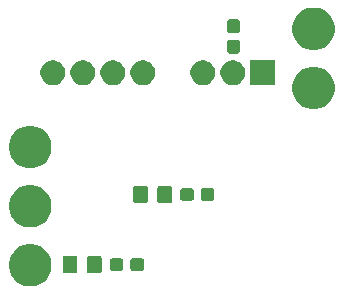
<source format=gbr>
G04 #@! TF.GenerationSoftware,KiCad,Pcbnew,5.1.5-52549c5~86~ubuntu18.04.1*
G04 #@! TF.CreationDate,2020-04-26T14:43:08+02:00*
G04 #@! TF.ProjectId,dcdc_7909,64636463-5f37-4393-9039-2e6b69636164,rev?*
G04 #@! TF.SameCoordinates,Original*
G04 #@! TF.FileFunction,Soldermask,Bot*
G04 #@! TF.FilePolarity,Negative*
%FSLAX46Y46*%
G04 Gerber Fmt 4.6, Leading zero omitted, Abs format (unit mm)*
G04 Created by KiCad (PCBNEW 5.1.5-52549c5~86~ubuntu18.04.1) date 2020-04-26 14:43:08*
%MOMM*%
%LPD*%
G04 APERTURE LIST*
%ADD10C,0.100000*%
G04 APERTURE END LIST*
D10*
G36*
X89426905Y-75218789D02*
G01*
X89725350Y-75278153D01*
X90053122Y-75413921D01*
X90348109Y-75611025D01*
X90598975Y-75861891D01*
X90796079Y-76156878D01*
X90931847Y-76484650D01*
X91001060Y-76832611D01*
X91001060Y-77187389D01*
X90931847Y-77535350D01*
X90796079Y-77863122D01*
X90598975Y-78158109D01*
X90348109Y-78408975D01*
X90053122Y-78606079D01*
X89725350Y-78741847D01*
X89426905Y-78801211D01*
X89377390Y-78811060D01*
X89022610Y-78811060D01*
X88973095Y-78801211D01*
X88674650Y-78741847D01*
X88346878Y-78606079D01*
X88051891Y-78408975D01*
X87801025Y-78158109D01*
X87603921Y-77863122D01*
X87468153Y-77535350D01*
X87398940Y-77187389D01*
X87398940Y-76832611D01*
X87468153Y-76484650D01*
X87603921Y-76156878D01*
X87801025Y-75861891D01*
X88051891Y-75611025D01*
X88346878Y-75413921D01*
X88674650Y-75278153D01*
X88973095Y-75218789D01*
X89022610Y-75208940D01*
X89377390Y-75208940D01*
X89426905Y-75218789D01*
G37*
G36*
X95096674Y-76215465D02*
G01*
X95134367Y-76226899D01*
X95169103Y-76245466D01*
X95199548Y-76270452D01*
X95224534Y-76300897D01*
X95243101Y-76335633D01*
X95254535Y-76373326D01*
X95259000Y-76418661D01*
X95259000Y-77505339D01*
X95254535Y-77550674D01*
X95243101Y-77588367D01*
X95224534Y-77623103D01*
X95199548Y-77653548D01*
X95169103Y-77678534D01*
X95134367Y-77697101D01*
X95096674Y-77708535D01*
X95051339Y-77713000D01*
X94214661Y-77713000D01*
X94169326Y-77708535D01*
X94131633Y-77697101D01*
X94096897Y-77678534D01*
X94066452Y-77653548D01*
X94041466Y-77623103D01*
X94022899Y-77588367D01*
X94011465Y-77550674D01*
X94007000Y-77505339D01*
X94007000Y-76418661D01*
X94011465Y-76373326D01*
X94022899Y-76335633D01*
X94041466Y-76300897D01*
X94066452Y-76270452D01*
X94096897Y-76245466D01*
X94131633Y-76226899D01*
X94169326Y-76215465D01*
X94214661Y-76211000D01*
X95051339Y-76211000D01*
X95096674Y-76215465D01*
G37*
G36*
X93046674Y-76215465D02*
G01*
X93084367Y-76226899D01*
X93119103Y-76245466D01*
X93149548Y-76270452D01*
X93174534Y-76300897D01*
X93193101Y-76335633D01*
X93204535Y-76373326D01*
X93209000Y-76418661D01*
X93209000Y-77505339D01*
X93204535Y-77550674D01*
X93193101Y-77588367D01*
X93174534Y-77623103D01*
X93149548Y-77653548D01*
X93119103Y-77678534D01*
X93084367Y-77697101D01*
X93046674Y-77708535D01*
X93001339Y-77713000D01*
X92164661Y-77713000D01*
X92119326Y-77708535D01*
X92081633Y-77697101D01*
X92046897Y-77678534D01*
X92016452Y-77653548D01*
X91991466Y-77623103D01*
X91972899Y-77588367D01*
X91961465Y-77550674D01*
X91957000Y-77505339D01*
X91957000Y-76418661D01*
X91961465Y-76373326D01*
X91972899Y-76335633D01*
X91991466Y-76300897D01*
X92016452Y-76270452D01*
X92046897Y-76245466D01*
X92081633Y-76226899D01*
X92119326Y-76215465D01*
X92164661Y-76211000D01*
X93001339Y-76211000D01*
X93046674Y-76215465D01*
G37*
G36*
X98684499Y-76440445D02*
G01*
X98721995Y-76451820D01*
X98756554Y-76470292D01*
X98786847Y-76495153D01*
X98811708Y-76525446D01*
X98830180Y-76560005D01*
X98841555Y-76597501D01*
X98846000Y-76642638D01*
X98846000Y-77281362D01*
X98841555Y-77326499D01*
X98830180Y-77363995D01*
X98811708Y-77398554D01*
X98786847Y-77428847D01*
X98756554Y-77453708D01*
X98721995Y-77472180D01*
X98684499Y-77483555D01*
X98639362Y-77488000D01*
X97900638Y-77488000D01*
X97855501Y-77483555D01*
X97818005Y-77472180D01*
X97783446Y-77453708D01*
X97753153Y-77428847D01*
X97728292Y-77398554D01*
X97709820Y-77363995D01*
X97698445Y-77326499D01*
X97694000Y-77281362D01*
X97694000Y-76642638D01*
X97698445Y-76597501D01*
X97709820Y-76560005D01*
X97728292Y-76525446D01*
X97753153Y-76495153D01*
X97783446Y-76470292D01*
X97818005Y-76451820D01*
X97855501Y-76440445D01*
X97900638Y-76436000D01*
X98639362Y-76436000D01*
X98684499Y-76440445D01*
G37*
G36*
X96934499Y-76440445D02*
G01*
X96971995Y-76451820D01*
X97006554Y-76470292D01*
X97036847Y-76495153D01*
X97061708Y-76525446D01*
X97080180Y-76560005D01*
X97091555Y-76597501D01*
X97096000Y-76642638D01*
X97096000Y-77281362D01*
X97091555Y-77326499D01*
X97080180Y-77363995D01*
X97061708Y-77398554D01*
X97036847Y-77428847D01*
X97006554Y-77453708D01*
X96971995Y-77472180D01*
X96934499Y-77483555D01*
X96889362Y-77488000D01*
X96150638Y-77488000D01*
X96105501Y-77483555D01*
X96068005Y-77472180D01*
X96033446Y-77453708D01*
X96003153Y-77428847D01*
X95978292Y-77398554D01*
X95959820Y-77363995D01*
X95948445Y-77326499D01*
X95944000Y-77281362D01*
X95944000Y-76642638D01*
X95948445Y-76597501D01*
X95959820Y-76560005D01*
X95978292Y-76525446D01*
X96003153Y-76495153D01*
X96033446Y-76470292D01*
X96068005Y-76451820D01*
X96105501Y-76440445D01*
X96150638Y-76436000D01*
X96889362Y-76436000D01*
X96934499Y-76440445D01*
G37*
G36*
X89426905Y-70218789D02*
G01*
X89725350Y-70278153D01*
X90053122Y-70413921D01*
X90348109Y-70611025D01*
X90598975Y-70861891D01*
X90796079Y-71156878D01*
X90931847Y-71484650D01*
X91001060Y-71832611D01*
X91001060Y-72187389D01*
X90931847Y-72535350D01*
X90796079Y-72863122D01*
X90598975Y-73158109D01*
X90348109Y-73408975D01*
X90053122Y-73606079D01*
X89725350Y-73741847D01*
X89426905Y-73801211D01*
X89377390Y-73811060D01*
X89022610Y-73811060D01*
X88973095Y-73801211D01*
X88674650Y-73741847D01*
X88346878Y-73606079D01*
X88051891Y-73408975D01*
X87801025Y-73158109D01*
X87603921Y-72863122D01*
X87468153Y-72535350D01*
X87398940Y-72187389D01*
X87398940Y-71832611D01*
X87468153Y-71484650D01*
X87603921Y-71156878D01*
X87801025Y-70861891D01*
X88051891Y-70611025D01*
X88346878Y-70413921D01*
X88674650Y-70278153D01*
X88973095Y-70218789D01*
X89022610Y-70208940D01*
X89377390Y-70208940D01*
X89426905Y-70218789D01*
G37*
G36*
X101065674Y-70279465D02*
G01*
X101103367Y-70290899D01*
X101138103Y-70309466D01*
X101168548Y-70334452D01*
X101193534Y-70364897D01*
X101212101Y-70399633D01*
X101223535Y-70437326D01*
X101228000Y-70482661D01*
X101228000Y-71569339D01*
X101223535Y-71614674D01*
X101212101Y-71652367D01*
X101193534Y-71687103D01*
X101168548Y-71717548D01*
X101138103Y-71742534D01*
X101103367Y-71761101D01*
X101065674Y-71772535D01*
X101020339Y-71777000D01*
X100183661Y-71777000D01*
X100138326Y-71772535D01*
X100100633Y-71761101D01*
X100065897Y-71742534D01*
X100035452Y-71717548D01*
X100010466Y-71687103D01*
X99991899Y-71652367D01*
X99980465Y-71614674D01*
X99976000Y-71569339D01*
X99976000Y-70482661D01*
X99980465Y-70437326D01*
X99991899Y-70399633D01*
X100010466Y-70364897D01*
X100035452Y-70334452D01*
X100065897Y-70309466D01*
X100100633Y-70290899D01*
X100138326Y-70279465D01*
X100183661Y-70275000D01*
X101020339Y-70275000D01*
X101065674Y-70279465D01*
G37*
G36*
X99015674Y-70279465D02*
G01*
X99053367Y-70290899D01*
X99088103Y-70309466D01*
X99118548Y-70334452D01*
X99143534Y-70364897D01*
X99162101Y-70399633D01*
X99173535Y-70437326D01*
X99178000Y-70482661D01*
X99178000Y-71569339D01*
X99173535Y-71614674D01*
X99162101Y-71652367D01*
X99143534Y-71687103D01*
X99118548Y-71717548D01*
X99088103Y-71742534D01*
X99053367Y-71761101D01*
X99015674Y-71772535D01*
X98970339Y-71777000D01*
X98133661Y-71777000D01*
X98088326Y-71772535D01*
X98050633Y-71761101D01*
X98015897Y-71742534D01*
X97985452Y-71717548D01*
X97960466Y-71687103D01*
X97941899Y-71652367D01*
X97930465Y-71614674D01*
X97926000Y-71569339D01*
X97926000Y-70482661D01*
X97930465Y-70437326D01*
X97941899Y-70399633D01*
X97960466Y-70364897D01*
X97985452Y-70334452D01*
X98015897Y-70309466D01*
X98050633Y-70290899D01*
X98088326Y-70279465D01*
X98133661Y-70275000D01*
X98970339Y-70275000D01*
X99015674Y-70279465D01*
G37*
G36*
X104653499Y-70504445D02*
G01*
X104690995Y-70515820D01*
X104725554Y-70534292D01*
X104755847Y-70559153D01*
X104780708Y-70589446D01*
X104799180Y-70624005D01*
X104810555Y-70661501D01*
X104815000Y-70706638D01*
X104815000Y-71345362D01*
X104810555Y-71390499D01*
X104799180Y-71427995D01*
X104780708Y-71462554D01*
X104755847Y-71492847D01*
X104725554Y-71517708D01*
X104690995Y-71536180D01*
X104653499Y-71547555D01*
X104608362Y-71552000D01*
X103869638Y-71552000D01*
X103824501Y-71547555D01*
X103787005Y-71536180D01*
X103752446Y-71517708D01*
X103722153Y-71492847D01*
X103697292Y-71462554D01*
X103678820Y-71427995D01*
X103667445Y-71390499D01*
X103663000Y-71345362D01*
X103663000Y-70706638D01*
X103667445Y-70661501D01*
X103678820Y-70624005D01*
X103697292Y-70589446D01*
X103722153Y-70559153D01*
X103752446Y-70534292D01*
X103787005Y-70515820D01*
X103824501Y-70504445D01*
X103869638Y-70500000D01*
X104608362Y-70500000D01*
X104653499Y-70504445D01*
G37*
G36*
X102903499Y-70504445D02*
G01*
X102940995Y-70515820D01*
X102975554Y-70534292D01*
X103005847Y-70559153D01*
X103030708Y-70589446D01*
X103049180Y-70624005D01*
X103060555Y-70661501D01*
X103065000Y-70706638D01*
X103065000Y-71345362D01*
X103060555Y-71390499D01*
X103049180Y-71427995D01*
X103030708Y-71462554D01*
X103005847Y-71492847D01*
X102975554Y-71517708D01*
X102940995Y-71536180D01*
X102903499Y-71547555D01*
X102858362Y-71552000D01*
X102119638Y-71552000D01*
X102074501Y-71547555D01*
X102037005Y-71536180D01*
X102002446Y-71517708D01*
X101972153Y-71492847D01*
X101947292Y-71462554D01*
X101928820Y-71427995D01*
X101917445Y-71390499D01*
X101913000Y-71345362D01*
X101913000Y-70706638D01*
X101917445Y-70661501D01*
X101928820Y-70624005D01*
X101947292Y-70589446D01*
X101972153Y-70559153D01*
X102002446Y-70534292D01*
X102037005Y-70515820D01*
X102074501Y-70504445D01*
X102119638Y-70500000D01*
X102858362Y-70500000D01*
X102903499Y-70504445D01*
G37*
G36*
X89426905Y-65218789D02*
G01*
X89725350Y-65278153D01*
X90053122Y-65413921D01*
X90348109Y-65611025D01*
X90598975Y-65861891D01*
X90796079Y-66156878D01*
X90931847Y-66484650D01*
X91001060Y-66832611D01*
X91001060Y-67187389D01*
X90931847Y-67535350D01*
X90796079Y-67863122D01*
X90598975Y-68158109D01*
X90348109Y-68408975D01*
X90053122Y-68606079D01*
X89725350Y-68741847D01*
X89426905Y-68801211D01*
X89377390Y-68811060D01*
X89022610Y-68811060D01*
X88973095Y-68801211D01*
X88674650Y-68741847D01*
X88346878Y-68606079D01*
X88051891Y-68408975D01*
X87801025Y-68158109D01*
X87603921Y-67863122D01*
X87468153Y-67535350D01*
X87398940Y-67187389D01*
X87398940Y-66832611D01*
X87468153Y-66484650D01*
X87603921Y-66156878D01*
X87801025Y-65861891D01*
X88051891Y-65611025D01*
X88346878Y-65413921D01*
X88674650Y-65278153D01*
X88973095Y-65218789D01*
X89022610Y-65208940D01*
X89377390Y-65208940D01*
X89426905Y-65218789D01*
G37*
G36*
X113426905Y-60218789D02*
G01*
X113725350Y-60278153D01*
X114053122Y-60413921D01*
X114348109Y-60611025D01*
X114598975Y-60861891D01*
X114796079Y-61156878D01*
X114931847Y-61484650D01*
X115001060Y-61832611D01*
X115001060Y-62187389D01*
X114931847Y-62535350D01*
X114796079Y-62863122D01*
X114598975Y-63158109D01*
X114348109Y-63408975D01*
X114053122Y-63606079D01*
X113725350Y-63741847D01*
X113426905Y-63801211D01*
X113377390Y-63811060D01*
X113022610Y-63811060D01*
X112973095Y-63801211D01*
X112674650Y-63741847D01*
X112346878Y-63606079D01*
X112051891Y-63408975D01*
X111801025Y-63158109D01*
X111603921Y-62863122D01*
X111468153Y-62535350D01*
X111398940Y-62187389D01*
X111398940Y-61832611D01*
X111468153Y-61484650D01*
X111603921Y-61156878D01*
X111801025Y-60861891D01*
X112051891Y-60611025D01*
X112346878Y-60413921D01*
X112674650Y-60278153D01*
X112973095Y-60218789D01*
X113022610Y-60208940D01*
X113377390Y-60208940D01*
X113426905Y-60218789D01*
G37*
G36*
X96509064Y-59695389D02*
G01*
X96700333Y-59774615D01*
X96700335Y-59774616D01*
X96872473Y-59889635D01*
X97018865Y-60036027D01*
X97133885Y-60208167D01*
X97213111Y-60399436D01*
X97253500Y-60602484D01*
X97253500Y-60809516D01*
X97213111Y-61012564D01*
X97133885Y-61203833D01*
X97133884Y-61203835D01*
X97018865Y-61375973D01*
X96872473Y-61522365D01*
X96700335Y-61637384D01*
X96700334Y-61637385D01*
X96700333Y-61637385D01*
X96509064Y-61716611D01*
X96306016Y-61757000D01*
X96098984Y-61757000D01*
X95895936Y-61716611D01*
X95704667Y-61637385D01*
X95704666Y-61637385D01*
X95704665Y-61637384D01*
X95532527Y-61522365D01*
X95386135Y-61375973D01*
X95271116Y-61203835D01*
X95271115Y-61203833D01*
X95191889Y-61012564D01*
X95151500Y-60809516D01*
X95151500Y-60602484D01*
X95191889Y-60399436D01*
X95271115Y-60208167D01*
X95386135Y-60036027D01*
X95532527Y-59889635D01*
X95704665Y-59774616D01*
X95704667Y-59774615D01*
X95895936Y-59695389D01*
X96098984Y-59655000D01*
X96306016Y-59655000D01*
X96509064Y-59695389D01*
G37*
G36*
X109953500Y-61757000D02*
G01*
X107851500Y-61757000D01*
X107851500Y-59655000D01*
X109953500Y-59655000D01*
X109953500Y-61757000D01*
G37*
G36*
X106669064Y-59695389D02*
G01*
X106860333Y-59774615D01*
X106860335Y-59774616D01*
X107032473Y-59889635D01*
X107178865Y-60036027D01*
X107293885Y-60208167D01*
X107373111Y-60399436D01*
X107413500Y-60602484D01*
X107413500Y-60809516D01*
X107373111Y-61012564D01*
X107293885Y-61203833D01*
X107293884Y-61203835D01*
X107178865Y-61375973D01*
X107032473Y-61522365D01*
X106860335Y-61637384D01*
X106860334Y-61637385D01*
X106860333Y-61637385D01*
X106669064Y-61716611D01*
X106466016Y-61757000D01*
X106258984Y-61757000D01*
X106055936Y-61716611D01*
X105864667Y-61637385D01*
X105864666Y-61637385D01*
X105864665Y-61637384D01*
X105692527Y-61522365D01*
X105546135Y-61375973D01*
X105431116Y-61203835D01*
X105431115Y-61203833D01*
X105351889Y-61012564D01*
X105311500Y-60809516D01*
X105311500Y-60602484D01*
X105351889Y-60399436D01*
X105431115Y-60208167D01*
X105546135Y-60036027D01*
X105692527Y-59889635D01*
X105864665Y-59774616D01*
X105864667Y-59774615D01*
X106055936Y-59695389D01*
X106258984Y-59655000D01*
X106466016Y-59655000D01*
X106669064Y-59695389D01*
G37*
G36*
X104129064Y-59695389D02*
G01*
X104320333Y-59774615D01*
X104320335Y-59774616D01*
X104492473Y-59889635D01*
X104638865Y-60036027D01*
X104753885Y-60208167D01*
X104833111Y-60399436D01*
X104873500Y-60602484D01*
X104873500Y-60809516D01*
X104833111Y-61012564D01*
X104753885Y-61203833D01*
X104753884Y-61203835D01*
X104638865Y-61375973D01*
X104492473Y-61522365D01*
X104320335Y-61637384D01*
X104320334Y-61637385D01*
X104320333Y-61637385D01*
X104129064Y-61716611D01*
X103926016Y-61757000D01*
X103718984Y-61757000D01*
X103515936Y-61716611D01*
X103324667Y-61637385D01*
X103324666Y-61637385D01*
X103324665Y-61637384D01*
X103152527Y-61522365D01*
X103006135Y-61375973D01*
X102891116Y-61203835D01*
X102891115Y-61203833D01*
X102811889Y-61012564D01*
X102771500Y-60809516D01*
X102771500Y-60602484D01*
X102811889Y-60399436D01*
X102891115Y-60208167D01*
X103006135Y-60036027D01*
X103152527Y-59889635D01*
X103324665Y-59774616D01*
X103324667Y-59774615D01*
X103515936Y-59695389D01*
X103718984Y-59655000D01*
X103926016Y-59655000D01*
X104129064Y-59695389D01*
G37*
G36*
X99049064Y-59695389D02*
G01*
X99240333Y-59774615D01*
X99240335Y-59774616D01*
X99412473Y-59889635D01*
X99558865Y-60036027D01*
X99673885Y-60208167D01*
X99753111Y-60399436D01*
X99793500Y-60602484D01*
X99793500Y-60809516D01*
X99753111Y-61012564D01*
X99673885Y-61203833D01*
X99673884Y-61203835D01*
X99558865Y-61375973D01*
X99412473Y-61522365D01*
X99240335Y-61637384D01*
X99240334Y-61637385D01*
X99240333Y-61637385D01*
X99049064Y-61716611D01*
X98846016Y-61757000D01*
X98638984Y-61757000D01*
X98435936Y-61716611D01*
X98244667Y-61637385D01*
X98244666Y-61637385D01*
X98244665Y-61637384D01*
X98072527Y-61522365D01*
X97926135Y-61375973D01*
X97811116Y-61203835D01*
X97811115Y-61203833D01*
X97731889Y-61012564D01*
X97691500Y-60809516D01*
X97691500Y-60602484D01*
X97731889Y-60399436D01*
X97811115Y-60208167D01*
X97926135Y-60036027D01*
X98072527Y-59889635D01*
X98244665Y-59774616D01*
X98244667Y-59774615D01*
X98435936Y-59695389D01*
X98638984Y-59655000D01*
X98846016Y-59655000D01*
X99049064Y-59695389D01*
G37*
G36*
X93969064Y-59695389D02*
G01*
X94160333Y-59774615D01*
X94160335Y-59774616D01*
X94332473Y-59889635D01*
X94478865Y-60036027D01*
X94593885Y-60208167D01*
X94673111Y-60399436D01*
X94713500Y-60602484D01*
X94713500Y-60809516D01*
X94673111Y-61012564D01*
X94593885Y-61203833D01*
X94593884Y-61203835D01*
X94478865Y-61375973D01*
X94332473Y-61522365D01*
X94160335Y-61637384D01*
X94160334Y-61637385D01*
X94160333Y-61637385D01*
X93969064Y-61716611D01*
X93766016Y-61757000D01*
X93558984Y-61757000D01*
X93355936Y-61716611D01*
X93164667Y-61637385D01*
X93164666Y-61637385D01*
X93164665Y-61637384D01*
X92992527Y-61522365D01*
X92846135Y-61375973D01*
X92731116Y-61203835D01*
X92731115Y-61203833D01*
X92651889Y-61012564D01*
X92611500Y-60809516D01*
X92611500Y-60602484D01*
X92651889Y-60399436D01*
X92731115Y-60208167D01*
X92846135Y-60036027D01*
X92992527Y-59889635D01*
X93164665Y-59774616D01*
X93164667Y-59774615D01*
X93355936Y-59695389D01*
X93558984Y-59655000D01*
X93766016Y-59655000D01*
X93969064Y-59695389D01*
G37*
G36*
X91429064Y-59695389D02*
G01*
X91620333Y-59774615D01*
X91620335Y-59774616D01*
X91792473Y-59889635D01*
X91938865Y-60036027D01*
X92053885Y-60208167D01*
X92133111Y-60399436D01*
X92173500Y-60602484D01*
X92173500Y-60809516D01*
X92133111Y-61012564D01*
X92053885Y-61203833D01*
X92053884Y-61203835D01*
X91938865Y-61375973D01*
X91792473Y-61522365D01*
X91620335Y-61637384D01*
X91620334Y-61637385D01*
X91620333Y-61637385D01*
X91429064Y-61716611D01*
X91226016Y-61757000D01*
X91018984Y-61757000D01*
X90815936Y-61716611D01*
X90624667Y-61637385D01*
X90624666Y-61637385D01*
X90624665Y-61637384D01*
X90452527Y-61522365D01*
X90306135Y-61375973D01*
X90191116Y-61203835D01*
X90191115Y-61203833D01*
X90111889Y-61012564D01*
X90071500Y-60809516D01*
X90071500Y-60602484D01*
X90111889Y-60399436D01*
X90191115Y-60208167D01*
X90306135Y-60036027D01*
X90452527Y-59889635D01*
X90624665Y-59774616D01*
X90624667Y-59774615D01*
X90815936Y-59695389D01*
X91018984Y-59655000D01*
X91226016Y-59655000D01*
X91429064Y-59695389D01*
G37*
G36*
X106790499Y-57947445D02*
G01*
X106827995Y-57958820D01*
X106862554Y-57977292D01*
X106892847Y-58002153D01*
X106917708Y-58032446D01*
X106936180Y-58067005D01*
X106947555Y-58104501D01*
X106952000Y-58149638D01*
X106952000Y-58888362D01*
X106947555Y-58933499D01*
X106936180Y-58970995D01*
X106917708Y-59005554D01*
X106892847Y-59035847D01*
X106862554Y-59060708D01*
X106827995Y-59079180D01*
X106790499Y-59090555D01*
X106745362Y-59095000D01*
X106106638Y-59095000D01*
X106061501Y-59090555D01*
X106024005Y-59079180D01*
X105989446Y-59060708D01*
X105959153Y-59035847D01*
X105934292Y-59005554D01*
X105915820Y-58970995D01*
X105904445Y-58933499D01*
X105900000Y-58888362D01*
X105900000Y-58149638D01*
X105904445Y-58104501D01*
X105915820Y-58067005D01*
X105934292Y-58032446D01*
X105959153Y-58002153D01*
X105989446Y-57977292D01*
X106024005Y-57958820D01*
X106061501Y-57947445D01*
X106106638Y-57943000D01*
X106745362Y-57943000D01*
X106790499Y-57947445D01*
G37*
G36*
X113426905Y-55218789D02*
G01*
X113725350Y-55278153D01*
X114053122Y-55413921D01*
X114348109Y-55611025D01*
X114598975Y-55861891D01*
X114796079Y-56156878D01*
X114931847Y-56484650D01*
X115001060Y-56832611D01*
X115001060Y-57187389D01*
X114931847Y-57535350D01*
X114796079Y-57863122D01*
X114598975Y-58158109D01*
X114348109Y-58408975D01*
X114053122Y-58606079D01*
X113725350Y-58741847D01*
X113426905Y-58801211D01*
X113377390Y-58811060D01*
X113022610Y-58811060D01*
X112973095Y-58801211D01*
X112674650Y-58741847D01*
X112346878Y-58606079D01*
X112051891Y-58408975D01*
X111801025Y-58158109D01*
X111603921Y-57863122D01*
X111468153Y-57535350D01*
X111398940Y-57187389D01*
X111398940Y-56832611D01*
X111468153Y-56484650D01*
X111603921Y-56156878D01*
X111801025Y-55861891D01*
X112051891Y-55611025D01*
X112346878Y-55413921D01*
X112674650Y-55278153D01*
X112973095Y-55218789D01*
X113022610Y-55208940D01*
X113377390Y-55208940D01*
X113426905Y-55218789D01*
G37*
G36*
X106790499Y-56197445D02*
G01*
X106827995Y-56208820D01*
X106862554Y-56227292D01*
X106892847Y-56252153D01*
X106917708Y-56282446D01*
X106936180Y-56317005D01*
X106947555Y-56354501D01*
X106952000Y-56399638D01*
X106952000Y-57138362D01*
X106947555Y-57183499D01*
X106936180Y-57220995D01*
X106917708Y-57255554D01*
X106892847Y-57285847D01*
X106862554Y-57310708D01*
X106827995Y-57329180D01*
X106790499Y-57340555D01*
X106745362Y-57345000D01*
X106106638Y-57345000D01*
X106061501Y-57340555D01*
X106024005Y-57329180D01*
X105989446Y-57310708D01*
X105959153Y-57285847D01*
X105934292Y-57255554D01*
X105915820Y-57220995D01*
X105904445Y-57183499D01*
X105900000Y-57138362D01*
X105900000Y-56399638D01*
X105904445Y-56354501D01*
X105915820Y-56317005D01*
X105934292Y-56282446D01*
X105959153Y-56252153D01*
X105989446Y-56227292D01*
X106024005Y-56208820D01*
X106061501Y-56197445D01*
X106106638Y-56193000D01*
X106745362Y-56193000D01*
X106790499Y-56197445D01*
G37*
M02*

</source>
